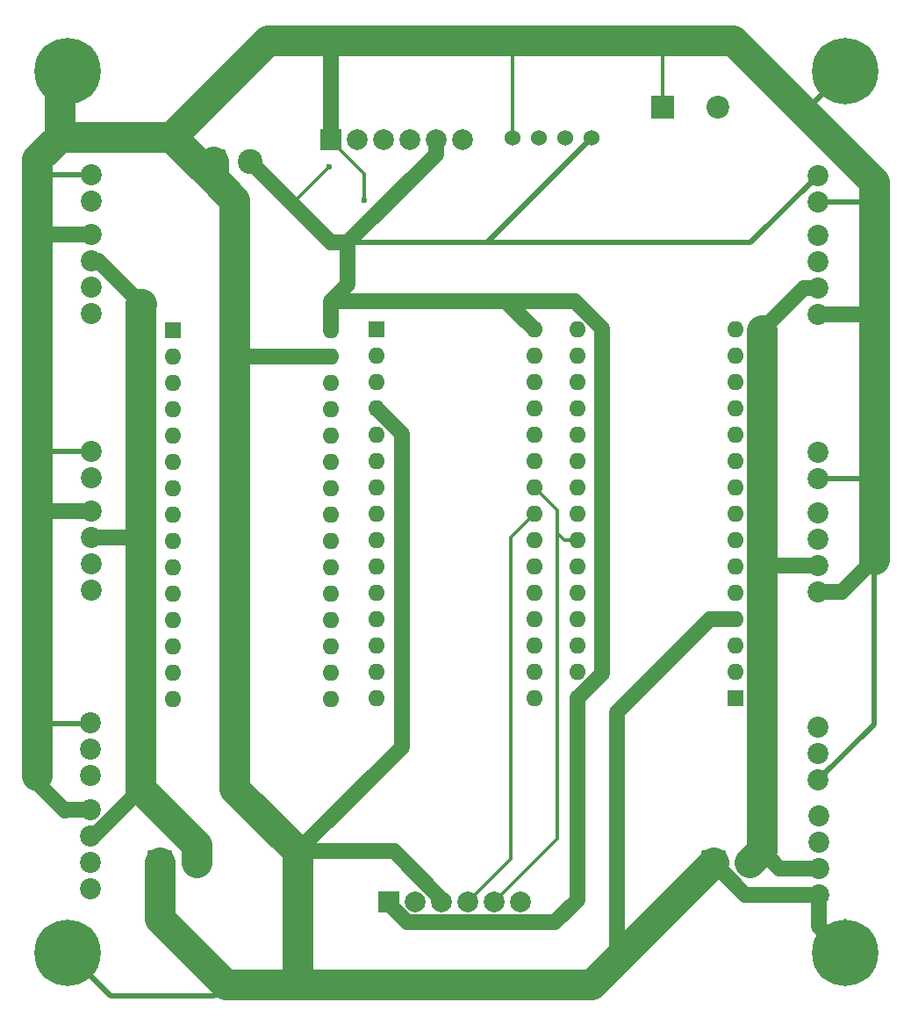
<source format=gbr>
%TF.GenerationSoftware,KiCad,Pcbnew,9.0.0-1.fc41*%
%TF.CreationDate,2025-04-13T20:28:47+02:00*%
%TF.ProjectId,main_board,6d61696e-5f62-46f6-9172-642e6b696361,v1.0*%
%TF.SameCoordinates,Original*%
%TF.FileFunction,Copper,L2,Bot*%
%TF.FilePolarity,Positive*%
%FSLAX46Y46*%
G04 Gerber Fmt 4.6, Leading zero omitted, Abs format (unit mm)*
G04 Created by KiCad (PCBNEW 9.0.0-1.fc41) date 2025-04-13 20:28:47*
%MOMM*%
%LPD*%
G01*
G04 APERTURE LIST*
G04 Aperture macros list*
%AMRoundRect*
0 Rectangle with rounded corners*
0 $1 Rounding radius*
0 $2 $3 $4 $5 $6 $7 $8 $9 X,Y pos of 4 corners*
0 Add a 4 corners polygon primitive as box body*
4,1,4,$2,$3,$4,$5,$6,$7,$8,$9,$2,$3,0*
0 Add four circle primitives for the rounded corners*
1,1,$1+$1,$2,$3*
1,1,$1+$1,$4,$5*
1,1,$1+$1,$6,$7*
1,1,$1+$1,$8,$9*
0 Add four rect primitives between the rounded corners*
20,1,$1+$1,$2,$3,$4,$5,0*
20,1,$1+$1,$4,$5,$6,$7,0*
20,1,$1+$1,$6,$7,$8,$9,0*
20,1,$1+$1,$8,$9,$2,$3,0*%
G04 Aperture macros list end*
%TA.AperFunction,ComponentPad*%
%ADD10R,2.000000X2.000000*%
%TD*%
%TA.AperFunction,ComponentPad*%
%ADD11C,2.000000*%
%TD*%
%TA.AperFunction,ComponentPad*%
%ADD12C,2.020000*%
%TD*%
%TA.AperFunction,ComponentPad*%
%ADD13R,2.200000X2.200000*%
%TD*%
%TA.AperFunction,ComponentPad*%
%ADD14C,2.200000*%
%TD*%
%TA.AperFunction,ComponentPad*%
%ADD15RoundRect,0.250001X-0.949999X-0.949999X0.949999X-0.949999X0.949999X0.949999X-0.949999X0.949999X0*%
%TD*%
%TA.AperFunction,ComponentPad*%
%ADD16C,2.400000*%
%TD*%
%TA.AperFunction,ComponentPad*%
%ADD17C,6.400000*%
%TD*%
%TA.AperFunction,ComponentPad*%
%ADD18C,1.530000*%
%TD*%
%TA.AperFunction,ComponentPad*%
%ADD19R,1.600000X1.600000*%
%TD*%
%TA.AperFunction,ComponentPad*%
%ADD20O,1.600000X1.600000*%
%TD*%
%TA.AperFunction,ViaPad*%
%ADD21C,0.600000*%
%TD*%
%TA.AperFunction,Conductor*%
%ADD22C,0.300000*%
%TD*%
%TA.AperFunction,Conductor*%
%ADD23C,0.500000*%
%TD*%
%TA.AperFunction,Conductor*%
%ADD24C,1.500000*%
%TD*%
%TA.AperFunction,Conductor*%
%ADD25C,3.000000*%
%TD*%
G04 APERTURE END LIST*
D10*
%TO.P,J3,1*%
%TO.N,+5V*%
X142440000Y-119545000D03*
D11*
%TO.P,J3,2*%
%TO.N,unconnected-(J3-Pad2)*%
X144980000Y-119545000D03*
%TO.P,J3,3*%
%TO.N,GND*%
X147520000Y-119545000D03*
%TO.P,J3,4*%
%TO.N,SDA*%
X150060000Y-119545000D03*
%TO.P,J3,5*%
%TO.N,SCL*%
X152600000Y-119545000D03*
%TO.P,J3,6*%
%TO.N,unconnected-(J3-Pad6)*%
X155140000Y-119545000D03*
%TD*%
D12*
%TO.P,J15,1*%
%TO.N,GND*%
X183900000Y-118870000D03*
%TO.P,J15,2*%
%TO.N,+12V*%
X183900000Y-116330000D03*
%TO.P,J15,3*%
%TO.N,Net-(Slave2-D3)*%
X183900000Y-113790000D03*
%TO.P,J15,4*%
%TO.N,Net-(Slave2-D5)*%
X183900000Y-111250000D03*
%TD*%
%TO.P,J19,1*%
%TO.N,GND*%
X183820000Y-78800000D03*
%TO.P,J19,2*%
%TO.N,+5V*%
X183820000Y-76260000D03*
%TD*%
D13*
%TO.P,S2,1*%
%TO.N,GND*%
X168850000Y-42950000D03*
D14*
%TO.P,S2,2*%
%TO.N,reset*%
X174150000Y-42950000D03*
%TD*%
D12*
%TO.P,J2,1*%
%TO.N,GND*%
X113700000Y-76105000D03*
%TO.P,J2,2*%
%TO.N,+5V*%
X113700000Y-78645000D03*
%TD*%
D15*
%TO.P,J11,1,Pin_1*%
%TO.N,GND*%
X173700000Y-115800000D03*
D16*
%TO.P,J11,2,Pin_2*%
%TO.N,+12V*%
X177200000Y-115800000D03*
%TD*%
D12*
%TO.P,J16,1*%
%TO.N,GND*%
X183820000Y-89670000D03*
%TO.P,J16,2*%
%TO.N,+12V*%
X183820000Y-87130000D03*
%TO.P,J16,3*%
%TO.N,Net-(Slave2-D6)*%
X183820000Y-84590000D03*
%TO.P,J16,4*%
%TO.N,Net-(Slave2-D9)*%
X183820000Y-82050000D03*
%TD*%
%TO.P,J10,1*%
%TO.N,GND*%
X113700000Y-49495000D03*
%TO.P,J10,2*%
%TO.N,+5V*%
X113700000Y-52035000D03*
%TD*%
%TO.P,J17,1*%
%TO.N,GND*%
X183800000Y-62955000D03*
%TO.P,J17,2*%
%TO.N,+12V*%
X183800000Y-60415000D03*
%TO.P,J17,3*%
%TO.N,Net-(Slave2-D10)*%
X183800000Y-57875000D03*
%TO.P,J17,4*%
%TO.N,Net-(Slave2-D11)*%
X183800000Y-55335000D03*
%TD*%
D17*
%TO.P,H2,1,1*%
%TO.N,GND*%
X186423250Y-124500000D03*
%TD*%
D12*
%TO.P,J14,1*%
%TO.N,GND*%
X113620000Y-110710000D03*
%TO.P,J14,2*%
%TO.N,+12.1V*%
X113620000Y-113250000D03*
%TO.P,J14,3*%
%TO.N,Net-(Slave1-D10)*%
X113620000Y-115790000D03*
%TO.P,J14,4*%
%TO.N,Net-(Slave1-D11)*%
X113620000Y-118330000D03*
%TD*%
%TO.P,J20,1*%
%TO.N,GND*%
X183800000Y-52060000D03*
%TO.P,J20,2*%
%TO.N,+5V*%
X183800000Y-49520000D03*
%TD*%
D15*
%TO.P,J1,1,Pin_1*%
%TO.N,GND*%
X120350000Y-115800000D03*
D16*
%TO.P,J1,2,Pin_2*%
%TO.N,+12.1V*%
X123850000Y-115800000D03*
%TD*%
D12*
%TO.P,J22,1*%
%TO.N,GND*%
X183850000Y-107850000D03*
%TO.P,J22,2*%
%TO.N,+5V*%
X183850000Y-105310000D03*
%TO.P,J22,3*%
%TO.N,n2D2*%
X183850000Y-102770000D03*
%TD*%
D15*
%TO.P,J18,1,Pin_1*%
%TO.N,GND*%
X125500000Y-48200000D03*
D16*
%TO.P,J18,2,Pin_2*%
%TO.N,+5V*%
X129000000Y-48200000D03*
%TD*%
D12*
%TO.P,J12,1*%
%TO.N,GND*%
X113700000Y-55245000D03*
%TO.P,J12,2*%
%TO.N,+12.1V*%
X113700000Y-57785000D03*
%TO.P,J12,3*%
%TO.N,Net-(Slave1-D3)*%
X113700000Y-60325000D03*
%TO.P,J12,4*%
%TO.N,Net-(Slave1-D5)*%
X113700000Y-62865000D03*
%TD*%
D18*
%TO.P,U1,1,VCC*%
%TO.N,+5V*%
X162010000Y-45900000D03*
%TO.P,U1,2,TRIG*%
%TO.N,Net-(Master1-D3)*%
X159470000Y-45900000D03*
%TO.P,U1,3,ECHO*%
%TO.N,Net-(Master1-D2)*%
X156930000Y-45900000D03*
%TO.P,U1,4,GND*%
%TO.N,GND*%
X154390000Y-45900000D03*
%TD*%
D10*
%TO.P,J5,1*%
%TO.N,GND*%
X136800000Y-46100000D03*
D11*
%TO.P,J5,2*%
%TO.N,Net-(U2-Y)*%
X139340000Y-46100000D03*
%TO.P,J5,3*%
%TO.N,SCL*%
X141880000Y-46100000D03*
%TO.P,J5,4*%
%TO.N,SDA*%
X144420000Y-46100000D03*
%TO.P,J5,5*%
%TO.N,+5V*%
X146960000Y-46100000D03*
%TO.P,J5,6*%
%TO.N,unconnected-(J5-Pad6)*%
X149500000Y-46100000D03*
%TD*%
D17*
%TO.P,H1,1,1*%
%TO.N,GND*%
X111436750Y-124500000D03*
%TD*%
D19*
%TO.P,Slave2,1,D1/TX*%
%TO.N,unconnected-(Slave2-D1{slash}TX-Pad1)*%
X175840000Y-99950000D03*
D20*
%TO.P,Slave2,2,D0/RX*%
%TO.N,unconnected-(Slave2-D0{slash}RX-Pad2)*%
X175840000Y-97410000D03*
%TO.P,Slave2,3,~{RESET}*%
%TO.N,unconnected-(Slave2-~{RESET}-Pad3)*%
X175840000Y-94870000D03*
%TO.P,Slave2,4,GND*%
%TO.N,GND*%
X175840000Y-92330000D03*
%TO.P,Slave2,5,D2*%
%TO.N,n2D2*%
X175840000Y-89790000D03*
%TO.P,Slave2,6,D3*%
%TO.N,Net-(Slave2-D3)*%
X175840000Y-87250000D03*
%TO.P,Slave2,7,D4*%
%TO.N,unconnected-(Slave2-D4-Pad7)*%
X175840000Y-84710000D03*
%TO.P,Slave2,8,D5*%
%TO.N,Net-(Slave2-D5)*%
X175840000Y-82170000D03*
%TO.P,Slave2,9,D6*%
%TO.N,Net-(Slave2-D6)*%
X175840000Y-79630000D03*
%TO.P,Slave2,10,D7*%
%TO.N,unconnected-(Slave2-D7-Pad10)*%
X175840000Y-77090000D03*
%TO.P,Slave2,11,D8*%
%TO.N,unconnected-(Slave2-D8-Pad11)*%
X175840000Y-74550000D03*
%TO.P,Slave2,12,D9*%
%TO.N,Net-(Slave2-D9)*%
X175840000Y-72010000D03*
%TO.P,Slave2,13,D10*%
%TO.N,Net-(Slave2-D10)*%
X175840000Y-69470000D03*
%TO.P,Slave2,14,D11*%
%TO.N,Net-(Slave2-D11)*%
X175840000Y-66930000D03*
%TO.P,Slave2,15,D12*%
%TO.N,unconnected-(Slave2-D12-Pad15)*%
X175840000Y-64390000D03*
%TO.P,Slave2,16,D13*%
%TO.N,unconnected-(Slave2-D13-Pad16)*%
X160600000Y-64390000D03*
%TO.P,Slave2,17,3V3*%
%TO.N,unconnected-(Slave2-3V3-Pad17)*%
X160600000Y-66930000D03*
%TO.P,Slave2,18,AREF*%
%TO.N,unconnected-(Slave2-AREF-Pad18)*%
X160600000Y-69470000D03*
%TO.P,Slave2,19,A0*%
%TO.N,unconnected-(Slave2-A0-Pad19)*%
X160600000Y-72010000D03*
%TO.P,Slave2,20,A1*%
%TO.N,unconnected-(Slave2-A1-Pad20)*%
X160600000Y-74550000D03*
%TO.P,Slave2,21,A2*%
%TO.N,unconnected-(Slave2-A2-Pad21)*%
X160600000Y-77090000D03*
%TO.P,Slave2,22,A3*%
%TO.N,unconnected-(Slave2-A3-Pad22)*%
X160600000Y-79630000D03*
%TO.P,Slave2,23,A4*%
%TO.N,SDA*%
X160600000Y-82170000D03*
%TO.P,Slave2,24,A5*%
%TO.N,SCL*%
X160600000Y-84710000D03*
%TO.P,Slave2,25,A6*%
%TO.N,unconnected-(Slave2-A6-Pad25)*%
X160600000Y-87250000D03*
%TO.P,Slave2,26,A7*%
%TO.N,unconnected-(Slave2-A7-Pad26)*%
X160600000Y-89790000D03*
%TO.P,Slave2,27,+5V*%
%TO.N,unconnected-(Slave2-+5V-Pad27)*%
X160600000Y-92330000D03*
%TO.P,Slave2,28,~{RESET}*%
%TO.N,reset*%
X160600000Y-94870000D03*
%TO.P,Slave2,29,GND*%
%TO.N,unconnected-(Slave2-GND-Pad29)*%
X160600000Y-97410000D03*
%TO.P,Slave2,30,VIN*%
%TO.N,+5V*%
X160600000Y-99950000D03*
%TD*%
D17*
%TO.P,H4,1,1*%
%TO.N,GND*%
X186423250Y-39500000D03*
%TD*%
D19*
%TO.P,Master,1,D1/TX*%
%TO.N,unconnected-(Master1-D1{slash}TX-Pad1)*%
X141200000Y-64400000D03*
D20*
%TO.P,Master,2,D0/RX*%
%TO.N,unconnected-(Master1-D0{slash}RX-Pad2)*%
X141200000Y-66940000D03*
%TO.P,Master,3,~{RESET}*%
%TO.N,reset*%
X141200000Y-69480000D03*
%TO.P,Master,4,GND*%
%TO.N,GND*%
X141200000Y-72020000D03*
%TO.P,Master,5,D2*%
%TO.N,Net-(Master1-D2)*%
X141200000Y-74560000D03*
%TO.P,Master,6,D3*%
%TO.N,Net-(Master1-D3)*%
X141200000Y-77100000D03*
%TO.P,Master,7,D4*%
%TO.N,unconnected-(Master1-D4-Pad7)*%
X141200000Y-79640000D03*
%TO.P,Master,8,D5*%
%TO.N,unconnected-(Master1-D5-Pad8)*%
X141200000Y-82180000D03*
%TO.P,Master,9,D6*%
%TO.N,unconnected-(Master1-D6-Pad9)*%
X141200000Y-84720000D03*
%TO.P,Master,10,D7*%
%TO.N,unconnected-(Master1-D7-Pad10)*%
X141200000Y-87260000D03*
%TO.P,Master,11,D8*%
%TO.N,unconnected-(Master1-D8-Pad11)*%
X141200000Y-89800000D03*
%TO.P,Master,12,D9*%
%TO.N,unconnected-(Master1-D9-Pad12)*%
X141200000Y-92340000D03*
%TO.P,Master,13,D10*%
%TO.N,unconnected-(Master1-D10-Pad13)*%
X141200000Y-94880000D03*
%TO.P,Master,14,D11*%
%TO.N,unconnected-(Master1-D11-Pad14)*%
X141200000Y-97420000D03*
%TO.P,Master,15,D12*%
%TO.N,unconnected-(Master1-D12-Pad15)*%
X141200000Y-99960000D03*
%TO.P,Master,16,D13*%
%TO.N,unconnected-(Master1-D13-Pad16)*%
X156440000Y-99960000D03*
%TO.P,Master,17,3V3*%
%TO.N,unconnected-(Master1-3V3-Pad17)*%
X156440000Y-97420000D03*
%TO.P,Master,18,AREF*%
%TO.N,unconnected-(Master1-AREF-Pad18)*%
X156440000Y-94880000D03*
%TO.P,Master,19,A0*%
%TO.N,unconnected-(Master1-A0-Pad19)*%
X156440000Y-92340000D03*
%TO.P,Master,20,A1*%
%TO.N,unconnected-(Master1-A1-Pad20)*%
X156440000Y-89800000D03*
%TO.P,Master,21,A2*%
%TO.N,unconnected-(Master1-A2-Pad21)*%
X156440000Y-87260000D03*
%TO.P,Master,22,A3*%
%TO.N,unconnected-(Master1-A3-Pad22)*%
X156440000Y-84720000D03*
%TO.P,Master,23,A4*%
%TO.N,SDA*%
X156440000Y-82180000D03*
%TO.P,Master,24,A5*%
%TO.N,SCL*%
X156440000Y-79640000D03*
%TO.P,Master,25,A6*%
%TO.N,unconnected-(Master1-A6-Pad25)*%
X156440000Y-77100000D03*
%TO.P,Master,26,A7*%
%TO.N,unconnected-(Master1-A7-Pad26)*%
X156440000Y-74560000D03*
%TO.P,Master,27,+5V*%
%TO.N,unconnected-(Master1-+5V-Pad27)*%
X156440000Y-72020000D03*
%TO.P,Master,28,~{RESET}*%
%TO.N,unconnected-(Master1-~{RESET}-Pad28)*%
X156440000Y-69480000D03*
%TO.P,Master,29,GND*%
%TO.N,unconnected-(Master1-GND-Pad29)*%
X156440000Y-66940000D03*
%TO.P,Master,30,VIN*%
%TO.N,+5V*%
X156440000Y-64400000D03*
%TD*%
D19*
%TO.P,Slave1,1,D1/TX*%
%TO.N,unconnected-(Slave1-D1{slash}TX-Pad1)*%
X121595000Y-64455000D03*
D20*
%TO.P,Slave1,2,D0/RX*%
%TO.N,unconnected-(Slave1-D0{slash}RX-Pad2)*%
X121595000Y-66995000D03*
%TO.P,Slave1,3,~{RESET}*%
%TO.N,unconnected-(Slave1-~{RESET}-Pad3)*%
X121595000Y-69535000D03*
%TO.P,Slave1,4,GND*%
%TO.N,unconnected-(Slave1-GND-Pad4)*%
X121595000Y-72075000D03*
%TO.P,Slave1,5,D2*%
%TO.N,n1D2*%
X121595000Y-74615000D03*
%TO.P,Slave1,6,D3*%
%TO.N,Net-(Slave1-D3)*%
X121595000Y-77155000D03*
%TO.P,Slave1,7,D4*%
%TO.N,unconnected-(Slave1-D4-Pad7)*%
X121595000Y-79695000D03*
%TO.P,Slave1,8,D5*%
%TO.N,Net-(Slave1-D5)*%
X121595000Y-82235000D03*
%TO.P,Slave1,9,D6*%
%TO.N,Net-(Slave1-D6)*%
X121595000Y-84775000D03*
%TO.P,Slave1,10,D7*%
%TO.N,unconnected-(Slave1-D7-Pad10)*%
X121595000Y-87315000D03*
%TO.P,Slave1,11,D8*%
%TO.N,unconnected-(Slave1-D8-Pad11)*%
X121595000Y-89855000D03*
%TO.P,Slave1,12,D9*%
%TO.N,Net-(Slave1-D9)*%
X121595000Y-92395000D03*
%TO.P,Slave1,13,D10*%
%TO.N,Net-(Slave1-D10)*%
X121595000Y-94935000D03*
%TO.P,Slave1,14,D11*%
%TO.N,Net-(Slave1-D11)*%
X121595000Y-97475000D03*
%TO.P,Slave1,15,D12*%
%TO.N,unconnected-(Slave1-D12-Pad15)*%
X121595000Y-100015000D03*
%TO.P,Slave1,16,D13*%
%TO.N,unconnected-(Slave1-D13-Pad16)*%
X136835000Y-100015000D03*
%TO.P,Slave1,17,3V3*%
%TO.N,unconnected-(Slave1-3V3-Pad17)*%
X136835000Y-97475000D03*
%TO.P,Slave1,18,AREF*%
%TO.N,unconnected-(Slave1-AREF-Pad18)*%
X136835000Y-94935000D03*
%TO.P,Slave1,19,A0*%
%TO.N,unconnected-(Slave1-A0-Pad19)*%
X136835000Y-92395000D03*
%TO.P,Slave1,20,A1*%
%TO.N,unconnected-(Slave1-A1-Pad20)*%
X136835000Y-89855000D03*
%TO.P,Slave1,21,A2*%
%TO.N,unconnected-(Slave1-A2-Pad21)*%
X136835000Y-87315000D03*
%TO.P,Slave1,22,A3*%
%TO.N,unconnected-(Slave1-A3-Pad22)*%
X136835000Y-84775000D03*
%TO.P,Slave1,23,A4*%
%TO.N,SDA*%
X136835000Y-82235000D03*
%TO.P,Slave1,24,A5*%
%TO.N,SCL*%
X136835000Y-79695000D03*
%TO.P,Slave1,25,A6*%
%TO.N,unconnected-(Slave1-A6-Pad25)*%
X136835000Y-77155000D03*
%TO.P,Slave1,26,A7*%
%TO.N,unconnected-(Slave1-A7-Pad26)*%
X136835000Y-74615000D03*
%TO.P,Slave1,27,+5V*%
%TO.N,unconnected-(Slave1-+5V-Pad27)*%
X136835000Y-72075000D03*
%TO.P,Slave1,28,~{RESET}*%
%TO.N,reset*%
X136835000Y-69535000D03*
%TO.P,Slave1,29,GND*%
%TO.N,GND*%
X136835000Y-66995000D03*
%TO.P,Slave1,30,VIN*%
%TO.N,+5V*%
X136835000Y-64455000D03*
%TD*%
D12*
%TO.P,J13,1*%
%TO.N,GND*%
X113700000Y-81895000D03*
%TO.P,J13,2*%
%TO.N,+12.1V*%
X113700000Y-84435000D03*
%TO.P,J13,3*%
%TO.N,Net-(Slave1-D6)*%
X113700000Y-86975000D03*
%TO.P,J13,4*%
%TO.N,Net-(Slave1-D9)*%
X113700000Y-89515000D03*
%TD*%
%TO.P,J21,1*%
%TO.N,GND*%
X113600000Y-102270000D03*
%TO.P,J21,2*%
%TO.N,+5V*%
X113600000Y-104810000D03*
%TO.P,J21,3*%
%TO.N,n1D2*%
X113600000Y-107350000D03*
%TD*%
D17*
%TO.P,H3,1,1*%
%TO.N,GND*%
X111436750Y-39500000D03*
%TD*%
D21*
%TO.N,+5V*%
X136650000Y-48700000D03*
%TO.N,GND*%
X140000000Y-51900000D03*
%TD*%
D22*
%TO.N,SDA*%
X150060000Y-119545000D02*
X154150000Y-115455000D01*
X154150000Y-84470000D02*
X156440000Y-82180000D01*
X154150000Y-115455000D02*
X154150000Y-84470000D01*
D23*
%TO.N,+5V*%
X151875000Y-56035000D02*
X177285000Y-56035000D01*
D24*
X146960000Y-46100000D02*
X146960000Y-47514213D01*
X144225869Y-121550000D02*
X142440000Y-119764131D01*
X160600000Y-99950000D02*
X160600000Y-119400000D01*
X136835000Y-61650000D02*
X153690000Y-61650000D01*
X138439213Y-60045787D02*
X136835000Y-61650000D01*
X138439213Y-56035000D02*
X138439213Y-60045787D01*
D22*
X136650000Y-48700000D02*
X133100000Y-52250000D01*
D24*
X160600000Y-119400000D02*
X158450000Y-121550000D01*
X146960000Y-47514213D02*
X138439213Y-56035000D01*
X163000000Y-64313712D02*
X163000000Y-97550000D01*
X153690000Y-61650000D02*
X160336288Y-61650000D01*
D23*
X151875000Y-56035000D02*
X138439213Y-56035000D01*
D24*
X136835000Y-61650000D02*
X136835000Y-64455000D01*
X163000000Y-97550000D02*
X160600000Y-99950000D01*
X138439213Y-56035000D02*
X136835000Y-56035000D01*
X160336288Y-61650000D02*
X163000000Y-64313712D01*
D23*
X162010000Y-45900000D02*
X151875000Y-56035000D01*
D24*
X153690000Y-61650000D02*
X156440000Y-64400000D01*
X136835000Y-56035000D02*
X129000000Y-48200000D01*
D22*
X133100000Y-52250000D02*
X133100000Y-52300000D01*
D24*
X142440000Y-119764131D02*
X142440000Y-119545000D01*
X158450000Y-121550000D02*
X144225869Y-121550000D01*
D23*
X177285000Y-56035000D02*
X183800000Y-49520000D01*
D25*
%TO.N,GND*%
X134000000Y-127499000D02*
X147850000Y-127499000D01*
D24*
X176770000Y-118870000D02*
X173700000Y-115800000D01*
D23*
X182623250Y-43300000D02*
X182400000Y-43300000D01*
D25*
X110650000Y-45800000D02*
X108501000Y-47949000D01*
D24*
X111190000Y-110710000D02*
X111150000Y-110750000D01*
D25*
X108501000Y-102450000D02*
X108501000Y-107349000D01*
X108501000Y-81950000D02*
X108501000Y-102450000D01*
X127550000Y-108650000D02*
X133600000Y-114700000D01*
D22*
X154390000Y-45900000D02*
X154390000Y-36561000D01*
D24*
X136800000Y-46100000D02*
X136800000Y-36551000D01*
X183800000Y-62955000D02*
X189154000Y-62955000D01*
X147520000Y-119545000D02*
X147520000Y-119325869D01*
X136749000Y-46049000D02*
X136800000Y-46100000D01*
D25*
X134000000Y-127499000D02*
X126699000Y-127499000D01*
D22*
X168850000Y-36551000D02*
X168900000Y-36501000D01*
D24*
X186128000Y-89670000D02*
X189249000Y-86549000D01*
D23*
X115586750Y-128650000D02*
X125548000Y-128650000D01*
D25*
X110650000Y-40286750D02*
X111436750Y-39500000D01*
D24*
X143650000Y-104650000D02*
X133600000Y-114700000D01*
X183820000Y-89670000D02*
X186128000Y-89670000D01*
D23*
X186423250Y-39500000D02*
X182623250Y-43300000D01*
D25*
X154450000Y-36501000D02*
X168900000Y-36501000D01*
D22*
X136800000Y-46200000D02*
X136800000Y-46100000D01*
D24*
X164450000Y-124500000D02*
X164725000Y-124775000D01*
X113620000Y-110710000D02*
X111190000Y-110710000D01*
D25*
X120350000Y-121150000D02*
X120350000Y-115800000D01*
X125500000Y-49850000D02*
X125500000Y-48200000D01*
D24*
X147520000Y-119325869D02*
X142894131Y-114700000D01*
D23*
X183800000Y-52060000D02*
X189239000Y-52060000D01*
X183820000Y-78800000D02*
X189249000Y-78800000D01*
D25*
X175601000Y-36501000D02*
X182400000Y-43300000D01*
D23*
X113700000Y-76105000D02*
X108556000Y-76105000D01*
D25*
X164725000Y-124775000D02*
X173700000Y-115800000D01*
X108501000Y-107349000D02*
X108500000Y-107350000D01*
D24*
X127605000Y-66995000D02*
X127550000Y-67050000D01*
X111150000Y-110750000D02*
X108501000Y-108101000D01*
D22*
X186423250Y-124500000D02*
X186423250Y-121393250D01*
D24*
X108896000Y-55245000D02*
X108501000Y-54850000D01*
D25*
X126699000Y-127499000D02*
X120350000Y-121150000D01*
D22*
X168850000Y-42950000D02*
X168850000Y-36551000D01*
D25*
X133600000Y-114700000D02*
X133600000Y-127099000D01*
D22*
X154390000Y-36561000D02*
X154450000Y-36501000D01*
D24*
X113700000Y-55245000D02*
X108896000Y-55245000D01*
X136835000Y-66995000D02*
X127605000Y-66995000D01*
X164450000Y-101310000D02*
X173430000Y-92330000D01*
D25*
X125500000Y-49850000D02*
X121450000Y-45800000D01*
D24*
X173430000Y-92330000D02*
X175840000Y-92330000D01*
D23*
X189239000Y-52060000D02*
X189249000Y-52050000D01*
D25*
X121450000Y-45800000D02*
X130749000Y-36501000D01*
D23*
X111436750Y-124500000D02*
X115586750Y-128650000D01*
D25*
X136850000Y-36501000D02*
X154450000Y-36501000D01*
D22*
X120136750Y-115800000D02*
X120350000Y-115800000D01*
D25*
X182400000Y-43300000D02*
X189249000Y-50149000D01*
D24*
X108556000Y-81895000D02*
X108501000Y-81950000D01*
D25*
X127550000Y-67050000D02*
X127550000Y-60000000D01*
D23*
X113600000Y-102370000D02*
X108581000Y-102370000D01*
D25*
X130749000Y-36501000D02*
X136850000Y-36501000D01*
D24*
X141200000Y-72020000D02*
X143650000Y-74470000D01*
D22*
X140000000Y-51900000D02*
X140000000Y-49400000D01*
D25*
X168900000Y-36501000D02*
X175601000Y-36501000D01*
D23*
X113700000Y-49495000D02*
X108506000Y-49495000D01*
D24*
X108501000Y-108101000D02*
X108501000Y-107349000D01*
D23*
X125548000Y-128650000D02*
X126699000Y-127499000D01*
D25*
X189249000Y-50149000D02*
X189249000Y-86549000D01*
X133600000Y-127099000D02*
X134000000Y-127499000D01*
X108501000Y-47949000D02*
X108501000Y-81950000D01*
X121450000Y-45800000D02*
X110650000Y-45800000D01*
D24*
X183900000Y-118870000D02*
X176770000Y-118870000D01*
D25*
X127550000Y-67050000D02*
X127550000Y-108650000D01*
D23*
X189249000Y-102451000D02*
X189249000Y-86549000D01*
D25*
X162001000Y-127499000D02*
X164725000Y-124775000D01*
X110650000Y-45800000D02*
X110650000Y-40286750D01*
D24*
X142894131Y-114700000D02*
X133600000Y-114700000D01*
D25*
X127550000Y-60000000D02*
X127550000Y-51900000D01*
X127550000Y-51900000D02*
X125500000Y-49850000D01*
D23*
X108581000Y-102370000D02*
X108501000Y-102450000D01*
D24*
X183900000Y-118870000D02*
X183900000Y-121976750D01*
X113700000Y-81895000D02*
X108556000Y-81895000D01*
X143650000Y-74470000D02*
X143650000Y-104650000D01*
D25*
X147850000Y-127499000D02*
X162001000Y-127499000D01*
D24*
X164450000Y-101310000D02*
X164450000Y-124500000D01*
X136800000Y-36551000D02*
X136850000Y-36501000D01*
X183900000Y-121976750D02*
X186423250Y-124500000D01*
D23*
X183850000Y-107850000D02*
X189249000Y-102451000D01*
D22*
X140000000Y-49400000D02*
X136800000Y-46200000D01*
%TO.N,SCL*%
X158650000Y-84000000D02*
X158650000Y-113495000D01*
X158650000Y-84000000D02*
X158650000Y-81850000D01*
X158650000Y-81850000D02*
X156440000Y-79640000D01*
X160600000Y-84710000D02*
X159360000Y-84710000D01*
X158650000Y-113495000D02*
X152600000Y-119545000D01*
X159360000Y-84710000D02*
X158650000Y-84000000D01*
D24*
%TO.N,+12V*%
X183800000Y-60415000D02*
X182485000Y-60415000D01*
D25*
X177200000Y-115800000D02*
X178400000Y-114600000D01*
D24*
X178620000Y-87130000D02*
X178400000Y-87350000D01*
X183900000Y-116330000D02*
X180130000Y-116330000D01*
D25*
X178400000Y-114600000D02*
X178400000Y-87350000D01*
X178400000Y-87350000D02*
X178400000Y-64500000D01*
D24*
X183820000Y-87130000D02*
X178620000Y-87130000D01*
X182485000Y-60415000D02*
X178400000Y-64500000D01*
X180130000Y-116330000D02*
X178400000Y-114600000D01*
%TO.N,+12.1V*%
X113620000Y-113250000D02*
X113950000Y-113250000D01*
X114385000Y-57785000D02*
X118500000Y-61900000D01*
X113700000Y-84435000D02*
X118415000Y-84435000D01*
X118415000Y-84435000D02*
X118450000Y-84400000D01*
D25*
X118450000Y-108750000D02*
X118450000Y-84400000D01*
X118450000Y-61950000D02*
X118500000Y-61900000D01*
X123850000Y-114102944D02*
X118497056Y-108750000D01*
D24*
X113950000Y-113250000D02*
X118450000Y-108750000D01*
X113700000Y-57785000D02*
X114385000Y-57785000D01*
D25*
X118450000Y-84400000D02*
X118450000Y-61950000D01*
X118497056Y-108750000D02*
X118450000Y-108750000D01*
X123850000Y-115800000D02*
X123850000Y-114102944D01*
%TD*%
M02*

</source>
